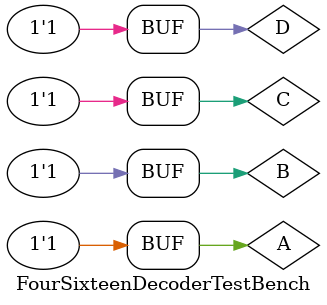
<source format=v>
`timescale 1ns / 1ps


module FourSixteenDecoderTestBench(

    );
    reg A;
    reg B;
    reg C;
    reg D;
    wire [3:0]W;
    wire [3:0]X;
    wire [3:0]Y;
    wire [3:0]Z;
    //In the parenthesis is from the current file
    //Next to the period is from the referenced file
    FourSixteenDecoder dut(.A(A),.B(B),.C(C),.D(D),.W(W),.X(X),.Y(Y),.Z(Z));
    initial begin
    A=0;
    B=0;
    C=0;
    D=0;
    #10;
    A=0;
    B=0;
    C=0;
    D=1;
    #10;
    A=0;
    B=0;
    C=1;
    D=0;
    #10;
    A=0;
    B=0;
    C=1;
    D=1;
    #10;
    
    
    A=0;
    B=1;
    C=0;
    D=0;
    #10;
    A=0;
    B=1;
    C=0;
    D=1;
    #10;
    A=0;
    B=1;
    C=1;
    D=0;
    #10;
    A=0;
    B=1;
    C=1;
    D=1;
    #10;
    
    
    A=1;
    B=0;
    C=0;
    D=0;
    #10;
    A=1;
    B=0;
    C=0;
    D=1;
    #10;
    A=1;
    B=0;
    C=1;
    D=0;
    #10;
    A=1;
    B=0;
    C=1;
    D=1;
    #10;
    
    
    A=1;
    B=1;
    C=0;
    D=0;
    #10;
    A=1;
    B=1;
    C=0;
    D=1;
    #10;
    A=1;
    B=1;
    C=1;
    D=0;
    #10;
    A=1;
    B=1;
    C=1;
    D=1;
    end
    
    
endmodule

</source>
